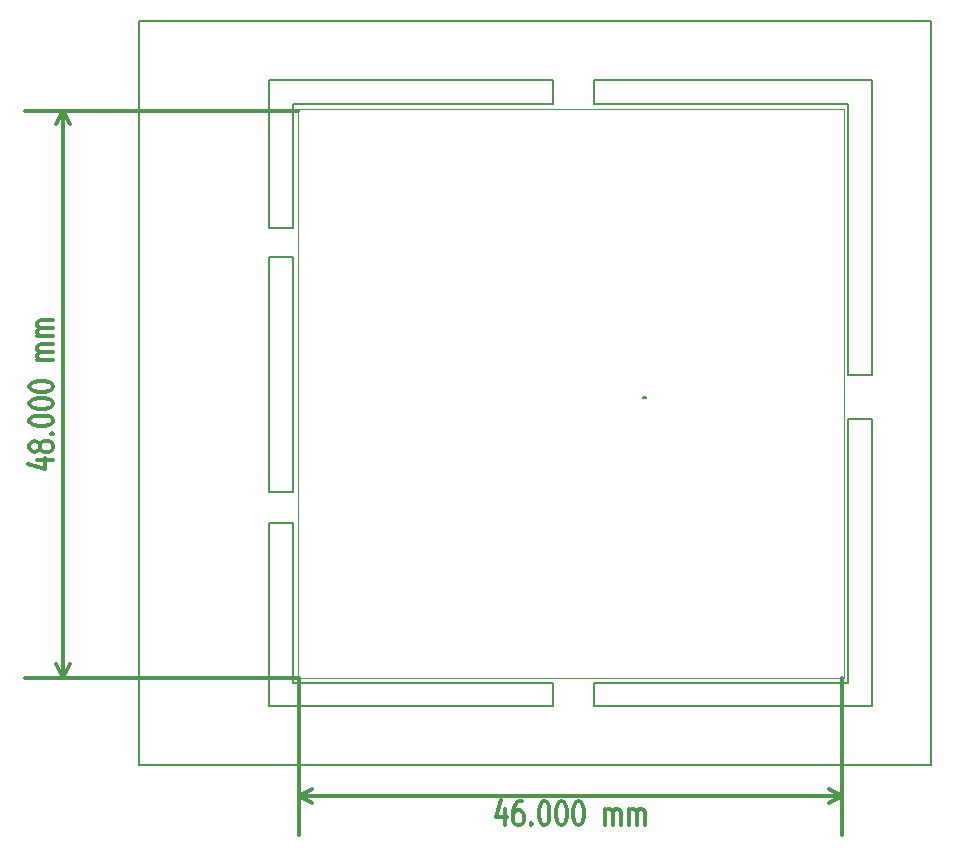
<source format=gbr>
G04 (created by PCBNEW (2013-05-31 BZR 4019)-stable) date 11/04/2014 15:09:40*
%MOIN*%
G04 Gerber Fmt 3.4, Leading zero omitted, Abs format*
%FSLAX34Y34*%
G01*
G70*
G90*
G04 APERTURE LIST*
%ADD10C,0.00590551*%
%ADD11C,0.012*%
%ADD12C,0.0077*%
%ADD13C,0.0039*%
G04 APERTURE END LIST*
G54D10*
G54D11*
X39209Y-42318D02*
X39742Y-42318D01*
X38904Y-42460D02*
X39476Y-42603D01*
X39476Y-42232D01*
X39285Y-41918D02*
X39247Y-41975D01*
X39209Y-42003D01*
X39133Y-42032D01*
X39095Y-42032D01*
X39019Y-42003D01*
X38980Y-41975D01*
X38942Y-41918D01*
X38942Y-41803D01*
X38980Y-41746D01*
X39019Y-41718D01*
X39095Y-41689D01*
X39133Y-41689D01*
X39209Y-41718D01*
X39247Y-41746D01*
X39285Y-41803D01*
X39285Y-41918D01*
X39323Y-41975D01*
X39361Y-42003D01*
X39438Y-42032D01*
X39590Y-42032D01*
X39666Y-42003D01*
X39704Y-41975D01*
X39742Y-41918D01*
X39742Y-41803D01*
X39704Y-41746D01*
X39666Y-41718D01*
X39590Y-41689D01*
X39438Y-41689D01*
X39361Y-41718D01*
X39323Y-41746D01*
X39285Y-41803D01*
X39666Y-41432D02*
X39704Y-41403D01*
X39742Y-41432D01*
X39704Y-41460D01*
X39666Y-41432D01*
X39742Y-41432D01*
X38942Y-41032D02*
X38942Y-40975D01*
X38980Y-40918D01*
X39019Y-40889D01*
X39095Y-40860D01*
X39247Y-40832D01*
X39438Y-40832D01*
X39590Y-40860D01*
X39666Y-40889D01*
X39704Y-40918D01*
X39742Y-40975D01*
X39742Y-41032D01*
X39704Y-41089D01*
X39666Y-41118D01*
X39590Y-41146D01*
X39438Y-41175D01*
X39247Y-41175D01*
X39095Y-41146D01*
X39019Y-41118D01*
X38980Y-41089D01*
X38942Y-41032D01*
X38942Y-40460D02*
X38942Y-40403D01*
X38980Y-40346D01*
X39019Y-40318D01*
X39095Y-40289D01*
X39247Y-40260D01*
X39438Y-40260D01*
X39590Y-40289D01*
X39666Y-40318D01*
X39704Y-40346D01*
X39742Y-40403D01*
X39742Y-40460D01*
X39704Y-40518D01*
X39666Y-40546D01*
X39590Y-40575D01*
X39438Y-40603D01*
X39247Y-40603D01*
X39095Y-40575D01*
X39019Y-40546D01*
X38980Y-40518D01*
X38942Y-40460D01*
X38942Y-39889D02*
X38942Y-39832D01*
X38980Y-39775D01*
X39019Y-39746D01*
X39095Y-39718D01*
X39247Y-39689D01*
X39438Y-39689D01*
X39590Y-39718D01*
X39666Y-39746D01*
X39704Y-39775D01*
X39742Y-39832D01*
X39742Y-39889D01*
X39704Y-39946D01*
X39666Y-39975D01*
X39590Y-40003D01*
X39438Y-40032D01*
X39247Y-40032D01*
X39095Y-40003D01*
X39019Y-39975D01*
X38980Y-39946D01*
X38942Y-39889D01*
X39742Y-38975D02*
X39209Y-38975D01*
X39285Y-38975D02*
X39247Y-38946D01*
X39209Y-38889D01*
X39209Y-38803D01*
X39247Y-38746D01*
X39323Y-38718D01*
X39742Y-38718D01*
X39323Y-38718D02*
X39247Y-38689D01*
X39209Y-38632D01*
X39209Y-38546D01*
X39247Y-38489D01*
X39323Y-38460D01*
X39742Y-38460D01*
X39742Y-38175D02*
X39209Y-38175D01*
X39285Y-38175D02*
X39247Y-38146D01*
X39209Y-38089D01*
X39209Y-38003D01*
X39247Y-37946D01*
X39323Y-37918D01*
X39742Y-37918D01*
X39323Y-37918D02*
X39247Y-37889D01*
X39209Y-37832D01*
X39209Y-37746D01*
X39247Y-37689D01*
X39323Y-37660D01*
X39742Y-37660D01*
X40059Y-49566D02*
X40059Y-30669D01*
X47893Y-49566D02*
X38779Y-49566D01*
X47893Y-30669D02*
X38779Y-30669D01*
X40059Y-30669D02*
X40289Y-31112D01*
X40059Y-30669D02*
X39828Y-31112D01*
X40059Y-49566D02*
X40289Y-49123D01*
X40059Y-49566D02*
X39828Y-49123D01*
X54788Y-53954D02*
X54788Y-54487D01*
X54645Y-53649D02*
X54502Y-54220D01*
X54873Y-54220D01*
X55359Y-53687D02*
X55245Y-53687D01*
X55188Y-53725D01*
X55159Y-53763D01*
X55102Y-53877D01*
X55073Y-54030D01*
X55073Y-54335D01*
X55102Y-54411D01*
X55131Y-54449D01*
X55188Y-54487D01*
X55302Y-54487D01*
X55359Y-54449D01*
X55388Y-54411D01*
X55416Y-54335D01*
X55416Y-54144D01*
X55388Y-54068D01*
X55359Y-54030D01*
X55302Y-53992D01*
X55188Y-53992D01*
X55131Y-54030D01*
X55102Y-54068D01*
X55073Y-54144D01*
X55673Y-54411D02*
X55702Y-54449D01*
X55673Y-54487D01*
X55645Y-54449D01*
X55673Y-54411D01*
X55673Y-54487D01*
X56073Y-53687D02*
X56131Y-53687D01*
X56188Y-53725D01*
X56216Y-53763D01*
X56245Y-53839D01*
X56273Y-53992D01*
X56273Y-54182D01*
X56245Y-54335D01*
X56216Y-54411D01*
X56188Y-54449D01*
X56131Y-54487D01*
X56073Y-54487D01*
X56016Y-54449D01*
X55988Y-54411D01*
X55959Y-54335D01*
X55931Y-54182D01*
X55931Y-53992D01*
X55959Y-53839D01*
X55988Y-53763D01*
X56016Y-53725D01*
X56073Y-53687D01*
X56645Y-53687D02*
X56702Y-53687D01*
X56759Y-53725D01*
X56788Y-53763D01*
X56816Y-53839D01*
X56845Y-53992D01*
X56845Y-54182D01*
X56816Y-54335D01*
X56788Y-54411D01*
X56759Y-54449D01*
X56702Y-54487D01*
X56645Y-54487D01*
X56588Y-54449D01*
X56559Y-54411D01*
X56531Y-54335D01*
X56502Y-54182D01*
X56502Y-53992D01*
X56531Y-53839D01*
X56559Y-53763D01*
X56588Y-53725D01*
X56645Y-53687D01*
X57216Y-53687D02*
X57273Y-53687D01*
X57331Y-53725D01*
X57359Y-53763D01*
X57388Y-53839D01*
X57416Y-53992D01*
X57416Y-54182D01*
X57388Y-54335D01*
X57359Y-54411D01*
X57331Y-54449D01*
X57273Y-54487D01*
X57216Y-54487D01*
X57159Y-54449D01*
X57131Y-54411D01*
X57102Y-54335D01*
X57073Y-54182D01*
X57073Y-53992D01*
X57102Y-53839D01*
X57131Y-53763D01*
X57159Y-53725D01*
X57216Y-53687D01*
X58131Y-54487D02*
X58131Y-53954D01*
X58131Y-54030D02*
X58159Y-53992D01*
X58216Y-53954D01*
X58302Y-53954D01*
X58359Y-53992D01*
X58388Y-54068D01*
X58388Y-54487D01*
X58388Y-54068D02*
X58416Y-53992D01*
X58473Y-53954D01*
X58559Y-53954D01*
X58616Y-53992D01*
X58645Y-54068D01*
X58645Y-54487D01*
X58931Y-54487D02*
X58931Y-53954D01*
X58931Y-54030D02*
X58959Y-53992D01*
X59016Y-53954D01*
X59102Y-53954D01*
X59159Y-53992D01*
X59188Y-54068D01*
X59188Y-54487D01*
X59188Y-54068D02*
X59216Y-53992D01*
X59273Y-53954D01*
X59359Y-53954D01*
X59416Y-53992D01*
X59445Y-54068D01*
X59445Y-54487D01*
X66043Y-53523D02*
X47933Y-53523D01*
X66043Y-49586D02*
X66043Y-54803D01*
X47933Y-49586D02*
X47933Y-54803D01*
X47933Y-53523D02*
X48376Y-53292D01*
X47933Y-53523D02*
X48376Y-53754D01*
X66043Y-53523D02*
X65599Y-53292D01*
X66043Y-53523D02*
X65599Y-53754D01*
G54D12*
X42606Y-52483D02*
X42606Y-27680D01*
X68983Y-52483D02*
X42606Y-52483D01*
X68983Y-27680D02*
X68983Y-52483D01*
X42606Y-27680D02*
X68983Y-27680D01*
X66228Y-30437D02*
X66228Y-39492D01*
X57764Y-30437D02*
X66228Y-30437D01*
X57764Y-29650D02*
X57764Y-30437D01*
X67016Y-29650D02*
X57764Y-29650D01*
X67016Y-39492D02*
X67016Y-29650D01*
X66228Y-39492D02*
X67016Y-39492D01*
X57764Y-50515D02*
X57764Y-49728D01*
X67016Y-50515D02*
X57764Y-50515D01*
X67016Y-40948D02*
X67016Y-50515D01*
X66228Y-40948D02*
X67016Y-40948D01*
X66228Y-49728D02*
X66228Y-40948D01*
X57764Y-49728D02*
X66228Y-49728D01*
X46936Y-50515D02*
X46936Y-44413D01*
X56386Y-50515D02*
X46936Y-50515D01*
X56386Y-49728D02*
X56386Y-50515D01*
X47724Y-49728D02*
X56386Y-49728D01*
X47724Y-44413D02*
X47724Y-49728D01*
X46936Y-44413D02*
X47724Y-44413D01*
X46936Y-43390D02*
X46936Y-35555D01*
X47724Y-43390D02*
X46936Y-43390D01*
X47724Y-35555D02*
X47724Y-43390D01*
X46936Y-35555D02*
X47724Y-35555D01*
X47724Y-30437D02*
X47724Y-34570D01*
X46936Y-34570D02*
X47724Y-34570D01*
X46936Y-29648D02*
X46936Y-34570D01*
X46936Y-29648D02*
X56384Y-29648D01*
X56384Y-29648D02*
X56384Y-30437D01*
X47724Y-30437D02*
X56384Y-30437D01*
G54D13*
X47901Y-30613D02*
X47901Y-49590D01*
X47901Y-49590D02*
X66089Y-49590D01*
X66089Y-30613D02*
X66089Y-49590D01*
X47901Y-30613D02*
X66089Y-30613D01*
G54D10*
X59394Y-40199D02*
X59394Y-40256D01*
X59511Y-40256D01*
X59511Y-40199D01*
X59394Y-40199D01*
M02*

</source>
